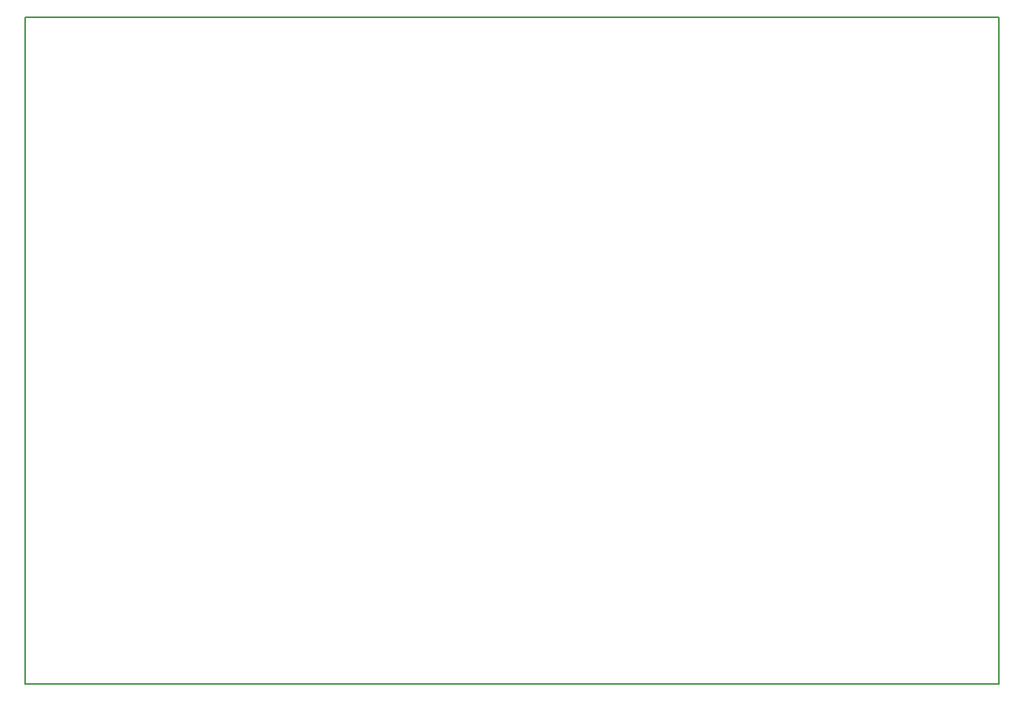
<source format=gm1>
%FSLAX25Y25*%
%MOIN*%
G70*
G01*
G75*
G04 Layer_Color=16711935*
%ADD10R,0.33465X0.42126*%
%ADD11R,0.12205X0.04331*%
%ADD12R,0.05906X0.03937*%
%ADD13R,0.05512X0.04724*%
%ADD14R,0.05906X0.05906*%
%ADD15R,0.01969X0.07874*%
%ADD16O,0.01969X0.07874*%
%ADD17R,0.04921X0.03543*%
%ADD18R,0.03543X0.02362*%
%ADD19R,0.03937X0.05906*%
%ADD20R,0.04724X0.05512*%
%ADD21R,0.01969X0.06890*%
%ADD22O,0.01969X0.06890*%
%ADD23O,0.06890X0.01969*%
%ADD24C,0.03937*%
%ADD25C,0.01000*%
%ADD26C,0.02362*%
%ADD27C,0.03150*%
%ADD28C,0.01969*%
%ADD29C,0.01575*%
%ADD30C,0.17716*%
%ADD31R,0.08268X0.08268*%
%ADD32C,0.08268*%
%ADD33R,0.08268X0.08268*%
%ADD34R,0.06102X0.06102*%
%ADD35C,0.06102*%
%ADD36R,0.06102X0.06102*%
%ADD37C,0.05906*%
%ADD38C,0.04724*%
%ADD39R,0.04724X0.04724*%
G04:AMPARAMS|DCode=40|XSize=98.43mil|YSize=118.11mil|CornerRadius=24.61mil|HoleSize=0mil|Usage=FLASHONLY|Rotation=90.000|XOffset=0mil|YOffset=0mil|HoleType=Round|Shape=RoundedRectangle|*
%AMROUNDEDRECTD40*
21,1,0.09843,0.06890,0,0,90.0*
21,1,0.04921,0.11811,0,0,90.0*
1,1,0.04921,0.03445,0.02461*
1,1,0.04921,0.03445,-0.02461*
1,1,0.04921,-0.03445,-0.02461*
1,1,0.04921,-0.03445,0.02461*
%
%ADD40ROUNDEDRECTD40*%
%ADD41R,0.11811X0.09843*%
%ADD42C,0.11811*%
%ADD43C,0.04724*%
%ADD44R,0.04724X0.04724*%
%ADD45C,0.06200*%
%ADD46R,0.05906X0.05906*%
%ADD47C,0.01969*%
%ADD48R,0.02362X0.05906*%
%ADD49R,0.04724X0.03937*%
%ADD50R,0.04724X0.03543*%
%ADD51R,0.05118X0.03543*%
%ADD52R,0.03543X0.04921*%
%ADD53C,0.00787*%
%ADD54C,0.00394*%
%ADD55C,0.01200*%
%ADD56C,0.00591*%
%ADD57C,0.00500*%
%ADD58C,0.00400*%
%ADD59C,0.00600*%
%ADD60C,0.00236*%
%ADD61C,0.00984*%
%ADD62C,0.02362*%
%ADD63R,0.34265X0.42926*%
%ADD64R,0.13005X0.05131*%
%ADD65R,0.06706X0.04737*%
%ADD66R,0.06312X0.05524*%
%ADD67R,0.06706X0.06706*%
%ADD68R,0.02769X0.08674*%
%ADD69O,0.02769X0.08674*%
%ADD70R,0.05721X0.04343*%
%ADD71R,0.04343X0.03162*%
%ADD72R,0.04737X0.06706*%
%ADD73R,0.05524X0.06312*%
%ADD74R,0.02769X0.07690*%
%ADD75O,0.02769X0.07690*%
%ADD76O,0.07690X0.02769*%
%ADD77C,0.18517*%
%ADD78R,0.09068X0.09068*%
%ADD79C,0.09068*%
%ADD80R,0.09068X0.09068*%
%ADD81R,0.06902X0.06902*%
%ADD82C,0.06902*%
%ADD83R,0.06902X0.06902*%
%ADD84C,0.06706*%
%ADD85C,0.05524*%
%ADD86R,0.05524X0.05524*%
G04:AMPARAMS|DCode=87|XSize=106.42mil|YSize=126.11mil|CornerRadius=26.61mil|HoleSize=0mil|Usage=FLASHONLY|Rotation=90.000|XOffset=0mil|YOffset=0mil|HoleType=Round|Shape=RoundedRectangle|*
%AMROUNDEDRECTD87*
21,1,0.10642,0.07290,0,0,90.0*
21,1,0.05321,0.12611,0,0,90.0*
1,1,0.05321,0.03645,0.02661*
1,1,0.05321,0.03645,-0.02661*
1,1,0.05321,-0.03645,-0.02661*
1,1,0.05321,-0.03645,0.02661*
%
%ADD87ROUNDEDRECTD87*%
%ADD88R,0.12611X0.10642*%
%ADD89C,0.12611*%
%ADD90C,0.05524*%
%ADD91R,0.05524X0.05524*%
%ADD92C,0.07000*%
%ADD93R,0.06706X0.06706*%
%ADD94C,0.02769*%
%ADD95R,0.03162X0.06706*%
%ADD96R,0.05524X0.04737*%
%ADD97R,0.05524X0.04343*%
%ADD98R,0.05918X0.04343*%
%ADD99R,0.04343X0.05721*%
D53*
X606386Y175000D02*
Y458465D01*
X193000D02*
X606386D01*
X193000Y175000D02*
Y458465D01*
Y175000D02*
X606386D01*
M02*

</source>
